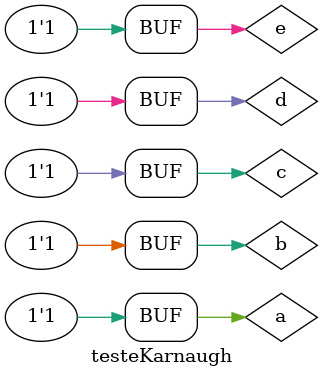
<source format=v>
module Karnaugh (s,a,b,c,d,e);
output s;
input a,b,c,d,e;
wire t1,t2,t3,t4,t5;


and AND1(t1,~a,~c,~d);
and AND2(t2,a,c,~d);
and AND3 (t3,~b,e);
and AND4 (t4,c,e);
and AND5 (t5,a,~b,~c,d);

or OR1 (s,t1,t2,t3,t4,t5); 


endmodule //fim Karnaugh 
module testeKarnaugh ;

wire s;
reg a,b,c,d,e;

Karnaugh Teste (s,a,b,c,d,e);

 initial begin
      $display("\na  b   c   d  e  s\n");
      $monitor("%b  %b   %b   %b  %b  %b", a, b, c, d, e, s);
  
	     a=0; b=0; c=0; d=0; e=0; 
    #1  a=0; b=0; c=0; d=0; e=1; 
    #1  a=0; b=0; c=0; d=1; e=0;
    #1  a=0; b=0; c=0; d=1; e=1;
    #1  a=0; b=0; c=1; d=0; e=0;
 	 #1  a=0; b=0; c=1; d=0; e=1;
    #1  a=0; b=0; c=1; d=1; e=0;
    #1  a=0; b=0; c=1; d=1; e=1;
    #1  a=0; b=1; c=0; d=0; e=0;
    #1  a=0; b=1; c=0; d=0; e=1;
    #1  a=0; b=1; c=0; d=1; e=0;
    #1  a=0; b=1; c=0; d=1; e=1;
    #1  a=0; b=1; c=1; d=0; e=0;
    #1  a=0; b=1; c=1; d=0; e=1;
    #1  a=0; b=1; c=1; d=1; e=0;
    #1  a=0; b=1; c=1; d=1; e=1;
    #1  a=1; b=0; c=0; d=0; e=0;
    #1  a=1; b=0; c=0; d=0; e=1;
    #1  a=1; b=0; c=0; d=1; e=0;
    #1  a=1; b=0; c=0; d=1; e=1;
    #1  a=1; b=0; c=1; d=0; e=0;
    #1  a=1; b=0; c=1; d=0; e=1;
    #1  a=1; b=0; c=1; d=1; e=0;
    #1  a=1; b=0; c=1; d=1; e=1;
    #1  a=1; b=1; c=0; d=0; e=0;
    #1  a=1; b=1; c=0; d=0; e=1;
    #1  a=1; b=1; c=0; d=1; e=0;
    #1  a=1; b=1; c=0; d=1; e=1;
    #1  a=1; b=1; c=1; d=0; e=0;
    #1  a=1; b=1; c=1; d=0; e=1;
    #1  a=1; b=1; c=1; d=1; e=0;
    #1  a=1; b=1; c=1; d=1; e=1;
   
        
    end
    endmodule






</source>
